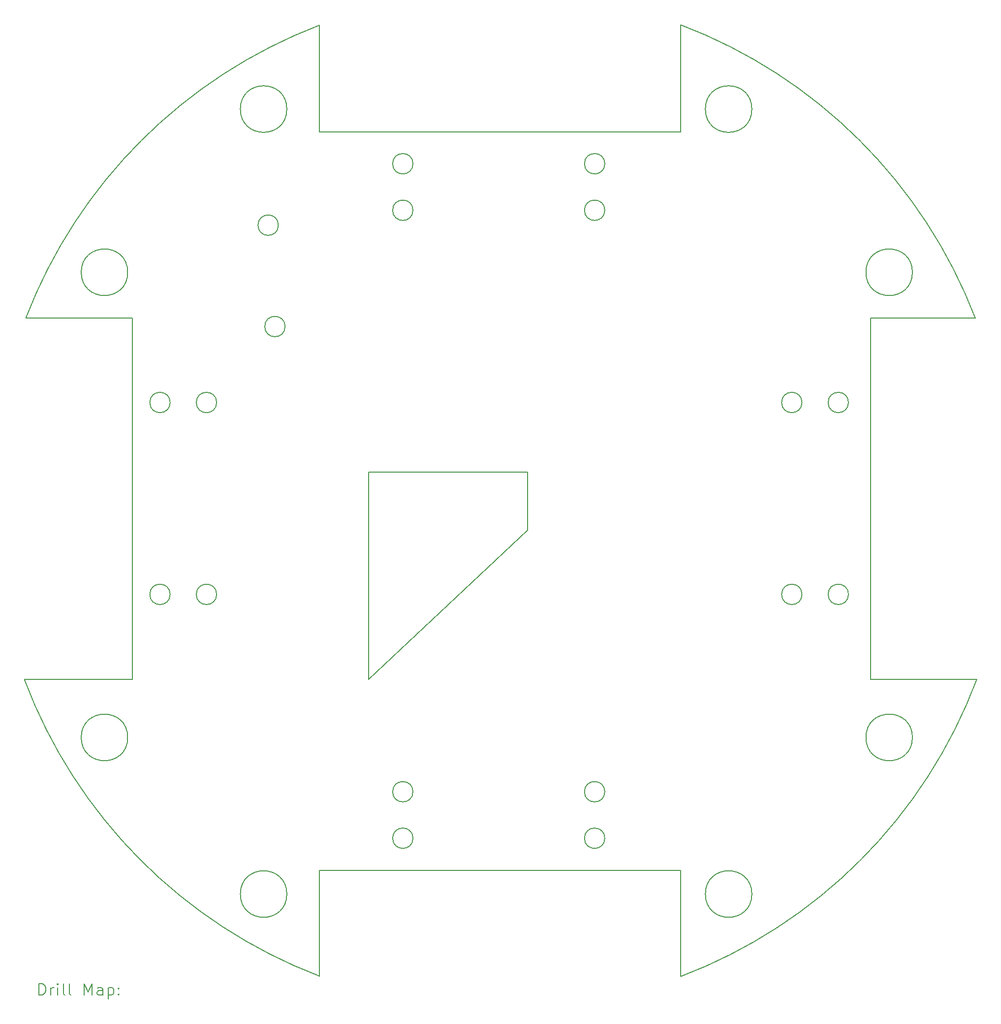
<source format=gbr>
%TF.GenerationSoftware,KiCad,Pcbnew,8.0.5*%
%TF.CreationDate,2024-12-27T19:58:19-05:00*%
%TF.ProjectId,line_sensor_pcb,6c696e65-5f73-4656-9e73-6f725f706362,rev?*%
%TF.SameCoordinates,Original*%
%TF.FileFunction,Drillmap*%
%TF.FilePolarity,Positive*%
%FSLAX45Y45*%
G04 Gerber Fmt 4.5, Leading zero omitted, Abs format (unit mm)*
G04 Created by KiCad (PCBNEW 8.0.5) date 2024-12-27 19:58:19*
%MOMM*%
%LPD*%
G01*
G04 APERTURE LIST*
%ADD10C,0.200000*%
G04 APERTURE END LIST*
D10*
X6773178Y-3029700D02*
X6773178Y-1194070D01*
X15875625Y-7681333D02*
G75*
G02*
X15525625Y-7681333I-175000J0D01*
G01*
X15525625Y-7681333D02*
G75*
G02*
X15875625Y-7681333I175000J0D01*
G01*
X3556000Y-12446000D02*
X1698761Y-12446000D01*
X12989478Y-3029700D02*
X6773178Y-3029700D01*
X5005626Y-10981333D02*
G75*
G02*
X4655626Y-10981333I-175000J0D01*
G01*
X4655626Y-10981333D02*
G75*
G02*
X5005626Y-10981333I175000J0D01*
G01*
X10351184Y-9878182D02*
X7620000Y-12446000D01*
X4205626Y-7681333D02*
G75*
G02*
X3855625Y-7681333I-175000J0D01*
G01*
X3855625Y-7681333D02*
G75*
G02*
X4205626Y-7681333I175000J0D01*
G01*
X1723213Y-6229700D02*
G75*
G02*
X6773178Y-1194070I8167058J-3140322D01*
G01*
X16256000Y-12446000D02*
X16256000Y-6229700D01*
X12989478Y-15729700D02*
X12989478Y-17552775D01*
X6213664Y-2635422D02*
G75*
G02*
X5413665Y-2635422I-400000J0D01*
G01*
X5413665Y-2635422D02*
G75*
G02*
X6213664Y-2635422I400000J0D01*
G01*
X6067552Y-4632216D02*
G75*
G02*
X5717552Y-4632216I-175000J0D01*
G01*
X5717552Y-4632216D02*
G75*
G02*
X6067552Y-4632216I175000J0D01*
G01*
X11683500Y-14375438D02*
G75*
G02*
X11333500Y-14375438I-175000J0D01*
G01*
X11333500Y-14375438D02*
G75*
G02*
X11683500Y-14375438I175000J0D01*
G01*
X11683500Y-3575438D02*
G75*
G02*
X11333500Y-3575438I-175000J0D01*
G01*
X11333500Y-3575438D02*
G75*
G02*
X11683500Y-3575438I175000J0D01*
G01*
X6773178Y-17545977D02*
X6773178Y-15729700D01*
X3476008Y-13442045D02*
G75*
G02*
X2676008Y-13442045I-400000J0D01*
G01*
X2676008Y-13442045D02*
G75*
G02*
X3476008Y-13442045I400000J0D01*
G01*
X10351184Y-8878182D02*
X10351184Y-9878182D01*
X14213664Y-2635422D02*
G75*
G02*
X13413664Y-2635422I-400000J0D01*
G01*
X13413664Y-2635422D02*
G75*
G02*
X14213664Y-2635422I400000J0D01*
G01*
X14213664Y-16135422D02*
G75*
G02*
X13413664Y-16135422I-400000J0D01*
G01*
X13413664Y-16135422D02*
G75*
G02*
X14213664Y-16135422I400000J0D01*
G01*
X15075625Y-10981333D02*
G75*
G02*
X14725625Y-10981333I-175000J0D01*
G01*
X14725625Y-10981333D02*
G75*
G02*
X15075625Y-10981333I175000J0D01*
G01*
X16256000Y-6229700D02*
X18057333Y-6229700D01*
X6773178Y-15729700D02*
X12989478Y-15729700D01*
X5005626Y-7681333D02*
G75*
G02*
X4655626Y-7681333I-175000J0D01*
G01*
X4655626Y-7681333D02*
G75*
G02*
X5005626Y-7681333I175000J0D01*
G01*
X18081785Y-12446000D02*
X16256000Y-12446000D01*
X18081785Y-12446000D02*
G75*
G02*
X12989478Y-17552775I-8191512J3075977D01*
G01*
X15875625Y-10981333D02*
G75*
G02*
X15525625Y-10981333I-175000J0D01*
G01*
X15525625Y-10981333D02*
G75*
G02*
X15875625Y-10981333I175000J0D01*
G01*
X12989478Y-1187272D02*
G75*
G02*
X18057333Y-6229700I-3099203J-8182750D01*
G01*
X8383500Y-14375438D02*
G75*
G02*
X8033500Y-14375438I-175000J0D01*
G01*
X8033500Y-14375438D02*
G75*
G02*
X8383500Y-14375438I175000J0D01*
G01*
X8383500Y-3575438D02*
G75*
G02*
X8033500Y-3575438I-175000J0D01*
G01*
X8033500Y-3575438D02*
G75*
G02*
X8383500Y-3575438I175000J0D01*
G01*
X3556000Y-6229700D02*
X3556000Y-12446000D01*
X8383500Y-15175438D02*
G75*
G02*
X8033500Y-15175438I-175000J0D01*
G01*
X8033500Y-15175438D02*
G75*
G02*
X8383500Y-15175438I175000J0D01*
G01*
X6213664Y-16135422D02*
G75*
G02*
X5413665Y-16135422I-400000J0D01*
G01*
X5413665Y-16135422D02*
G75*
G02*
X6213664Y-16135422I400000J0D01*
G01*
X4205626Y-10981333D02*
G75*
G02*
X3855625Y-10981333I-175000J0D01*
G01*
X3855625Y-10981333D02*
G75*
G02*
X4205626Y-10981333I175000J0D01*
G01*
X11683500Y-15175438D02*
G75*
G02*
X11333500Y-15175438I-175000J0D01*
G01*
X11333500Y-15175438D02*
G75*
G02*
X11683500Y-15175438I175000J0D01*
G01*
X12989478Y-1187272D02*
X12989478Y-3029700D01*
X11683500Y-4375438D02*
G75*
G02*
X11333500Y-4375438I-175000J0D01*
G01*
X11333500Y-4375438D02*
G75*
G02*
X11683500Y-4375438I175000J0D01*
G01*
X7620000Y-12446000D02*
X7620000Y-8878182D01*
X16976008Y-13442045D02*
G75*
G02*
X16176008Y-13442045I-400000J0D01*
G01*
X16176008Y-13442045D02*
G75*
G02*
X16976008Y-13442045I400000J0D01*
G01*
X6773178Y-17545977D02*
G75*
G02*
X1698761Y-12446000I3117091J8175950D01*
G01*
X16976008Y-5442045D02*
G75*
G02*
X16176008Y-5442045I-400000J0D01*
G01*
X16176008Y-5442045D02*
G75*
G02*
X16976008Y-5442045I400000J0D01*
G01*
X15075625Y-7681333D02*
G75*
G02*
X14725625Y-7681333I-175000J0D01*
G01*
X14725625Y-7681333D02*
G75*
G02*
X15075625Y-7681333I175000J0D01*
G01*
X6183500Y-6375438D02*
G75*
G02*
X5833500Y-6375438I-175000J0D01*
G01*
X5833500Y-6375438D02*
G75*
G02*
X6183500Y-6375438I175000J0D01*
G01*
X3476008Y-5442045D02*
G75*
G02*
X2676008Y-5442045I-400000J0D01*
G01*
X2676008Y-5442045D02*
G75*
G02*
X3476008Y-5442045I400000J0D01*
G01*
X1723213Y-6229700D02*
X3556000Y-6229700D01*
X8383500Y-4375438D02*
G75*
G02*
X8033500Y-4375438I-175000J0D01*
G01*
X8033500Y-4375438D02*
G75*
G02*
X8383500Y-4375438I175000J0D01*
G01*
X7620000Y-8878182D02*
X10351184Y-8878182D01*
X1949538Y-17874259D02*
X1949538Y-17674259D01*
X1949538Y-17674259D02*
X1997157Y-17674259D01*
X1997157Y-17674259D02*
X2025729Y-17683783D01*
X2025729Y-17683783D02*
X2044776Y-17702830D01*
X2044776Y-17702830D02*
X2054300Y-17721878D01*
X2054300Y-17721878D02*
X2063824Y-17759973D01*
X2063824Y-17759973D02*
X2063824Y-17788545D01*
X2063824Y-17788545D02*
X2054300Y-17826640D01*
X2054300Y-17826640D02*
X2044776Y-17845688D01*
X2044776Y-17845688D02*
X2025729Y-17864735D01*
X2025729Y-17864735D02*
X1997157Y-17874259D01*
X1997157Y-17874259D02*
X1949538Y-17874259D01*
X2149538Y-17874259D02*
X2149538Y-17740926D01*
X2149538Y-17779021D02*
X2159062Y-17759973D01*
X2159062Y-17759973D02*
X2168586Y-17750449D01*
X2168586Y-17750449D02*
X2187633Y-17740926D01*
X2187633Y-17740926D02*
X2206681Y-17740926D01*
X2273348Y-17874259D02*
X2273348Y-17740926D01*
X2273348Y-17674259D02*
X2263824Y-17683783D01*
X2263824Y-17683783D02*
X2273348Y-17693307D01*
X2273348Y-17693307D02*
X2282872Y-17683783D01*
X2282872Y-17683783D02*
X2273348Y-17674259D01*
X2273348Y-17674259D02*
X2273348Y-17693307D01*
X2397157Y-17874259D02*
X2378110Y-17864735D01*
X2378110Y-17864735D02*
X2368586Y-17845688D01*
X2368586Y-17845688D02*
X2368586Y-17674259D01*
X2501919Y-17874259D02*
X2482872Y-17864735D01*
X2482872Y-17864735D02*
X2473348Y-17845688D01*
X2473348Y-17845688D02*
X2473348Y-17674259D01*
X2730491Y-17874259D02*
X2730491Y-17674259D01*
X2730491Y-17674259D02*
X2797157Y-17817116D01*
X2797157Y-17817116D02*
X2863824Y-17674259D01*
X2863824Y-17674259D02*
X2863824Y-17874259D01*
X3044776Y-17874259D02*
X3044776Y-17769497D01*
X3044776Y-17769497D02*
X3035252Y-17750449D01*
X3035252Y-17750449D02*
X3016205Y-17740926D01*
X3016205Y-17740926D02*
X2978110Y-17740926D01*
X2978110Y-17740926D02*
X2959062Y-17750449D01*
X3044776Y-17864735D02*
X3025729Y-17874259D01*
X3025729Y-17874259D02*
X2978110Y-17874259D01*
X2978110Y-17874259D02*
X2959062Y-17864735D01*
X2959062Y-17864735D02*
X2949538Y-17845688D01*
X2949538Y-17845688D02*
X2949538Y-17826640D01*
X2949538Y-17826640D02*
X2959062Y-17807592D01*
X2959062Y-17807592D02*
X2978110Y-17798069D01*
X2978110Y-17798069D02*
X3025729Y-17798069D01*
X3025729Y-17798069D02*
X3044776Y-17788545D01*
X3140014Y-17740926D02*
X3140014Y-17940926D01*
X3140014Y-17750449D02*
X3159062Y-17740926D01*
X3159062Y-17740926D02*
X3197157Y-17740926D01*
X3197157Y-17740926D02*
X3216205Y-17750449D01*
X3216205Y-17750449D02*
X3225729Y-17759973D01*
X3225729Y-17759973D02*
X3235252Y-17779021D01*
X3235252Y-17779021D02*
X3235252Y-17836164D01*
X3235252Y-17836164D02*
X3225729Y-17855211D01*
X3225729Y-17855211D02*
X3216205Y-17864735D01*
X3216205Y-17864735D02*
X3197157Y-17874259D01*
X3197157Y-17874259D02*
X3159062Y-17874259D01*
X3159062Y-17874259D02*
X3140014Y-17864735D01*
X3320967Y-17855211D02*
X3330491Y-17864735D01*
X3330491Y-17864735D02*
X3320967Y-17874259D01*
X3320967Y-17874259D02*
X3311443Y-17864735D01*
X3311443Y-17864735D02*
X3320967Y-17855211D01*
X3320967Y-17855211D02*
X3320967Y-17874259D01*
X3320967Y-17750449D02*
X3330491Y-17759973D01*
X3330491Y-17759973D02*
X3320967Y-17769497D01*
X3320967Y-17769497D02*
X3311443Y-17759973D01*
X3311443Y-17759973D02*
X3320967Y-17750449D01*
X3320967Y-17750449D02*
X3320967Y-17769497D01*
M02*

</source>
